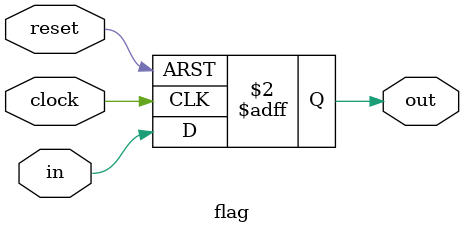
<source format=v>
/*
* Resetabble 1-bit flip-flop
*/
module flag(input clock, reset,
            input in,
            output reg out);

always @ (posedge clock, posedge reset)
    if (reset)
        out <= 0;
    else
        out <= in;

endmodule

</source>
